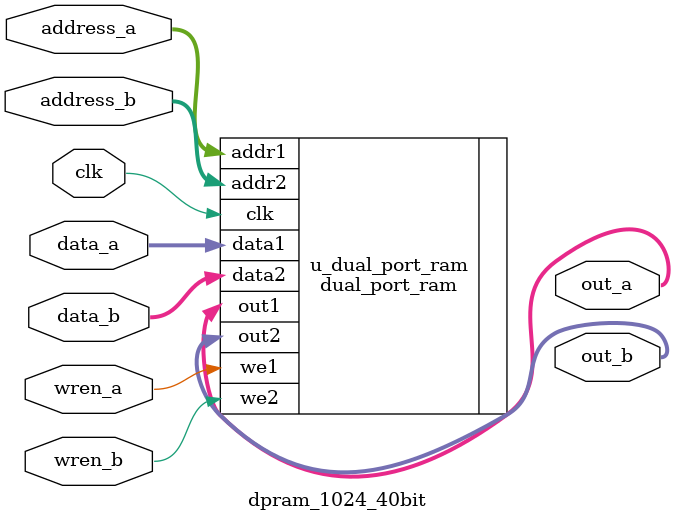
<source format=v>
module dpram_1024_40bit (
    clk,
    address_a,
    address_b,
    wren_a,
    wren_b,
    data_a,
    data_b,
    out_a,
    out_b
);
parameter AWIDTH=10;
parameter NUM_WORDS=1024;
parameter DWIDTH=40;
input clk;
input [(AWIDTH-1):0] address_a;
input [(AWIDTH-1):0] address_b;
input  wren_a;
input  wren_b;
input [(DWIDTH-1):0] data_a;
input [(DWIDTH-1):0] data_b;
output reg [(DWIDTH-1):0] out_a;
output reg [(DWIDTH-1):0] out_b;

`ifdef SIMULATION_MEMORY

reg [DWIDTH-1:0] ram[NUM_WORDS-1:0];
always @ (posedge clk) begin 
  if (wren_a) begin
      ram[address_a] <= data_a;
  end
  else begin
      out_a <= ram[address_a];
  end
end
  
always @ (posedge clk) begin 
  if (wren_b) begin
      ram[address_b] <= data_b;
  end 
  else begin
      out_b <= ram[address_b];
  end
end

`else

dual_port_ram u_dual_port_ram(
.addr1(address_a),
.we1(wren_a),
.data1(data_a),
.out1(out_a),
.addr2(address_b),
.we2(wren_b),
.data2(data_b),
.out2(out_b),
.clk(clk)
);

`endif
endmodule

</source>
